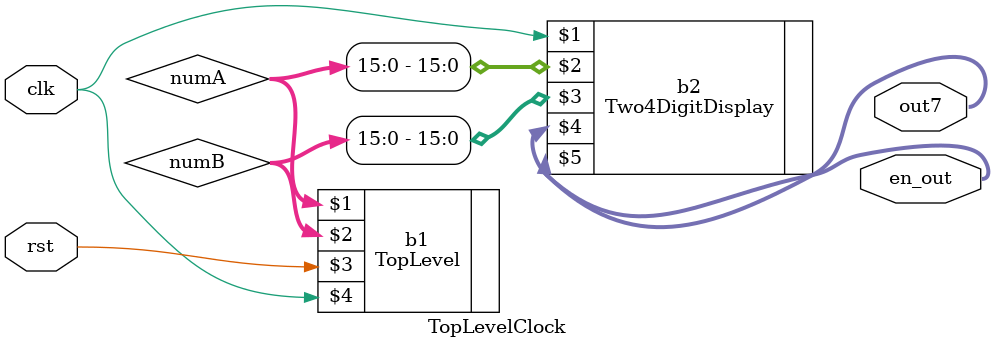
<source format=v>
`timescale 1ns / 1ps



module TopLevelClock(clk, rst, out7, en_out);
    input clk;
    input rst;
    output [6:0] out7;
    output [7:0] en_out;
    wire [31:0] numA, numB;

    // ClkDiv(Clk, Rst, ClkOut)
    //ClkDiv b3(clk, 0, ClkOut);
    
    // InstructionFetchUnit(Instruction, PCResult, Reset, Clk)
    TopLevel b1(numA, numB, rst, clk);
    
    // Two4DigitDisplay(Clk, NumberA, NumberB, out7, en_out)
    Two4DigitDisplay b2(clk, numA[15:0], numB[15:0], out7, en_out);

endmodule

</source>
